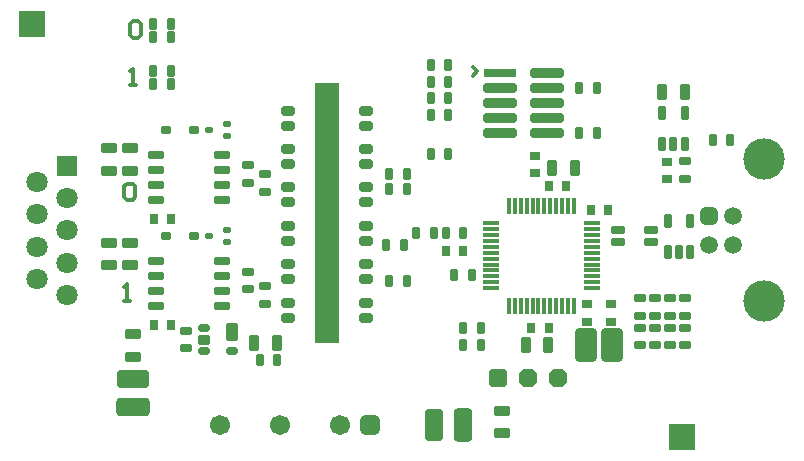
<source format=gts>
G04*
G04 #@! TF.GenerationSoftware,Altium Limited,Altium Designer,22.3.1 (43)*
G04*
G04 Layer_Color=8388736*
%FSLAX25Y25*%
%MOIN*%
G70*
G04*
G04 #@! TF.SameCoordinates,38A5807E-C0B9-4130-B18F-62B70C513CF8*
G04*
G04*
G04 #@! TF.FilePolarity,Negative*
G04*
G01*
G75*
%ADD34C,0.01181*%
%ADD35R,0.07874X0.86614*%
G04:AMPARAMS|DCode=36|XSize=35.5mil|YSize=29.59mil|CornerRadius=8.4mil|HoleSize=0mil|Usage=FLASHONLY|Rotation=180.000|XOffset=0mil|YOffset=0mil|HoleType=Round|Shape=RoundedRectangle|*
%AMROUNDEDRECTD36*
21,1,0.03550,0.01280,0,0,180.0*
21,1,0.01870,0.02959,0,0,180.0*
1,1,0.01680,-0.00935,0.00640*
1,1,0.01680,0.00935,0.00640*
1,1,0.01680,0.00935,-0.00640*
1,1,0.01680,-0.00935,-0.00640*
%
%ADD36ROUNDEDRECTD36*%
G04:AMPARAMS|DCode=37|XSize=15.81mil|YSize=55.18mil|CornerRadius=3.77mil|HoleSize=0mil|Usage=FLASHONLY|Rotation=90.000|XOffset=0mil|YOffset=0mil|HoleType=Round|Shape=RoundedRectangle|*
%AMROUNDEDRECTD37*
21,1,0.01581,0.04764,0,0,90.0*
21,1,0.00827,0.05518,0,0,90.0*
1,1,0.00754,0.02382,0.00413*
1,1,0.00754,0.02382,-0.00413*
1,1,0.00754,-0.02382,-0.00413*
1,1,0.00754,-0.02382,0.00413*
%
%ADD37ROUNDEDRECTD37*%
G04:AMPARAMS|DCode=38|XSize=15.81mil|YSize=55.18mil|CornerRadius=3.77mil|HoleSize=0mil|Usage=FLASHONLY|Rotation=0.000|XOffset=0mil|YOffset=0mil|HoleType=Round|Shape=RoundedRectangle|*
%AMROUNDEDRECTD38*
21,1,0.01581,0.04764,0,0,0.0*
21,1,0.00827,0.05518,0,0,0.0*
1,1,0.00754,0.00413,-0.02382*
1,1,0.00754,-0.00413,-0.02382*
1,1,0.00754,-0.00413,0.02382*
1,1,0.00754,0.00413,0.02382*
%
%ADD38ROUNDEDRECTD38*%
G04:AMPARAMS|DCode=39|XSize=37.47mil|YSize=27.62mil|CornerRadius=4.36mil|HoleSize=0mil|Usage=FLASHONLY|Rotation=0.000|XOffset=0mil|YOffset=0mil|HoleType=Round|Shape=RoundedRectangle|*
%AMROUNDEDRECTD39*
21,1,0.03747,0.01890,0,0,0.0*
21,1,0.02874,0.02762,0,0,0.0*
1,1,0.00872,0.01437,-0.00945*
1,1,0.00872,-0.01437,-0.00945*
1,1,0.00872,-0.01437,0.00945*
1,1,0.00872,0.01437,0.00945*
%
%ADD39ROUNDEDRECTD39*%
G04:AMPARAMS|DCode=40|XSize=31.56mil|YSize=47.31mil|CornerRadius=6.13mil|HoleSize=0mil|Usage=FLASHONLY|Rotation=270.000|XOffset=0mil|YOffset=0mil|HoleType=Round|Shape=RoundedRectangle|*
%AMROUNDEDRECTD40*
21,1,0.03156,0.03504,0,0,270.0*
21,1,0.01929,0.04731,0,0,270.0*
1,1,0.01227,-0.01752,-0.00965*
1,1,0.01227,-0.01752,0.00965*
1,1,0.01227,0.01752,0.00965*
1,1,0.01227,0.01752,-0.00965*
%
%ADD40ROUNDEDRECTD40*%
G04:AMPARAMS|DCode=41|XSize=37.47mil|YSize=27.62mil|CornerRadius=4.36mil|HoleSize=0mil|Usage=FLASHONLY|Rotation=270.000|XOffset=0mil|YOffset=0mil|HoleType=Round|Shape=RoundedRectangle|*
%AMROUNDEDRECTD41*
21,1,0.03747,0.01890,0,0,270.0*
21,1,0.02874,0.02762,0,0,270.0*
1,1,0.00872,-0.00945,-0.01437*
1,1,0.00872,-0.00945,0.01437*
1,1,0.00872,0.00945,0.01437*
1,1,0.00872,0.00945,-0.01437*
%
%ADD41ROUNDEDRECTD41*%
G04:AMPARAMS|DCode=42|XSize=110.3mil|YSize=70.93mil|CornerRadius=8.69mil|HoleSize=0mil|Usage=FLASHONLY|Rotation=270.000|XOffset=0mil|YOffset=0mil|HoleType=Round|Shape=RoundedRectangle|*
%AMROUNDEDRECTD42*
21,1,0.11030,0.05354,0,0,270.0*
21,1,0.09291,0.07093,0,0,270.0*
1,1,0.01739,-0.02677,-0.04646*
1,1,0.01739,-0.02677,0.04646*
1,1,0.01739,0.02677,0.04646*
1,1,0.01739,0.02677,-0.04646*
%
%ADD42ROUNDEDRECTD42*%
G04:AMPARAMS|DCode=43|XSize=27.62mil|YSize=35.5mil|CornerRadius=5.54mil|HoleSize=0mil|Usage=FLASHONLY|Rotation=90.000|XOffset=0mil|YOffset=0mil|HoleType=Round|Shape=RoundedRectangle|*
%AMROUNDEDRECTD43*
21,1,0.02762,0.02441,0,0,90.0*
21,1,0.01654,0.03550,0,0,90.0*
1,1,0.01109,0.01221,0.00827*
1,1,0.01109,0.01221,-0.00827*
1,1,0.01109,-0.01221,-0.00827*
1,1,0.01109,-0.01221,0.00827*
%
%ADD43ROUNDEDRECTD43*%
G04:AMPARAMS|DCode=44|XSize=27.62mil|YSize=51.24mil|CornerRadius=5.54mil|HoleSize=0mil|Usage=FLASHONLY|Rotation=270.000|XOffset=0mil|YOffset=0mil|HoleType=Round|Shape=RoundedRectangle|*
%AMROUNDEDRECTD44*
21,1,0.02762,0.04016,0,0,270.0*
21,1,0.01654,0.05124,0,0,270.0*
1,1,0.01109,-0.02008,-0.00827*
1,1,0.01109,-0.02008,0.00827*
1,1,0.01109,0.02008,0.00827*
1,1,0.01109,0.02008,-0.00827*
%
%ADD44ROUNDEDRECTD44*%
G04:AMPARAMS|DCode=45|XSize=59.12mil|YSize=39.43mil|CornerRadius=7.32mil|HoleSize=0mil|Usage=FLASHONLY|Rotation=90.000|XOffset=0mil|YOffset=0mil|HoleType=Round|Shape=RoundedRectangle|*
%AMROUNDEDRECTD45*
21,1,0.05912,0.02480,0,0,90.0*
21,1,0.04449,0.03943,0,0,90.0*
1,1,0.01463,0.01240,0.02224*
1,1,0.01463,0.01240,-0.02224*
1,1,0.01463,-0.01240,-0.02224*
1,1,0.01463,-0.01240,0.02224*
%
%ADD45ROUNDEDRECTD45*%
G04:AMPARAMS|DCode=46|XSize=23.68mil|YSize=39.43mil|CornerRadius=4.95mil|HoleSize=0mil|Usage=FLASHONLY|Rotation=90.000|XOffset=0mil|YOffset=0mil|HoleType=Round|Shape=RoundedRectangle|*
%AMROUNDEDRECTD46*
21,1,0.02368,0.02953,0,0,90.0*
21,1,0.01378,0.03943,0,0,90.0*
1,1,0.00991,0.01476,0.00689*
1,1,0.00991,0.01476,-0.00689*
1,1,0.00991,-0.01476,-0.00689*
1,1,0.00991,-0.01476,0.00689*
%
%ADD46ROUNDEDRECTD46*%
G04:AMPARAMS|DCode=47|XSize=35.5mil|YSize=39.43mil|CornerRadius=6.72mil|HoleSize=0mil|Usage=FLASHONLY|Rotation=90.000|XOffset=0mil|YOffset=0mil|HoleType=Round|Shape=RoundedRectangle|*
%AMROUNDEDRECTD47*
21,1,0.03550,0.02598,0,0,90.0*
21,1,0.02205,0.03943,0,0,90.0*
1,1,0.01345,0.01299,0.01102*
1,1,0.01345,0.01299,-0.01102*
1,1,0.01345,-0.01299,-0.01102*
1,1,0.01345,-0.01299,0.01102*
%
%ADD47ROUNDEDRECTD47*%
G04:AMPARAMS|DCode=48|XSize=53.21mil|YSize=31.56mil|CornerRadius=4.76mil|HoleSize=0mil|Usage=FLASHONLY|Rotation=270.000|XOffset=0mil|YOffset=0mil|HoleType=Round|Shape=RoundedRectangle|*
%AMROUNDEDRECTD48*
21,1,0.05321,0.02205,0,0,270.0*
21,1,0.04370,0.03156,0,0,270.0*
1,1,0.00951,-0.01102,-0.02185*
1,1,0.00951,-0.01102,0.02185*
1,1,0.00951,0.01102,0.02185*
1,1,0.00951,0.01102,-0.02185*
%
%ADD48ROUNDEDRECTD48*%
G04:AMPARAMS|DCode=49|XSize=17.78mil|YSize=27.62mil|CornerRadius=4.07mil|HoleSize=0mil|Usage=FLASHONLY|Rotation=270.000|XOffset=0mil|YOffset=0mil|HoleType=Round|Shape=RoundedRectangle|*
%AMROUNDEDRECTD49*
21,1,0.01778,0.01949,0,0,270.0*
21,1,0.00965,0.02762,0,0,270.0*
1,1,0.00813,-0.00974,-0.00482*
1,1,0.00813,-0.00974,0.00482*
1,1,0.00813,0.00974,0.00482*
1,1,0.00813,0.00974,-0.00482*
%
%ADD49ROUNDEDRECTD49*%
G04:AMPARAMS|DCode=50|XSize=53.21mil|YSize=31.56mil|CornerRadius=4.76mil|HoleSize=0mil|Usage=FLASHONLY|Rotation=0.000|XOffset=0mil|YOffset=0mil|HoleType=Round|Shape=RoundedRectangle|*
%AMROUNDEDRECTD50*
21,1,0.05321,0.02205,0,0,0.0*
21,1,0.04370,0.03156,0,0,0.0*
1,1,0.00951,0.02185,-0.01102*
1,1,0.00951,-0.02185,-0.01102*
1,1,0.00951,-0.02185,0.01102*
1,1,0.00951,0.02185,0.01102*
%
%ADD50ROUNDEDRECTD50*%
G04:AMPARAMS|DCode=51|XSize=35.5mil|YSize=29.59mil|CornerRadius=8.4mil|HoleSize=0mil|Usage=FLASHONLY|Rotation=270.000|XOffset=0mil|YOffset=0mil|HoleType=Round|Shape=RoundedRectangle|*
%AMROUNDEDRECTD51*
21,1,0.03550,0.01280,0,0,270.0*
21,1,0.01870,0.02959,0,0,270.0*
1,1,0.01680,-0.00640,-0.00935*
1,1,0.01680,-0.00640,0.00935*
1,1,0.01680,0.00640,0.00935*
1,1,0.01680,0.00640,-0.00935*
%
%ADD51ROUNDEDRECTD51*%
%ADD52R,0.08661X0.08661*%
%ADD53C,0.04337*%
G04:AMPARAMS|DCode=54|XSize=27.62mil|YSize=47.31mil|CornerRadius=4.36mil|HoleSize=0mil|Usage=FLASHONLY|Rotation=180.000|XOffset=0mil|YOffset=0mil|HoleType=Round|Shape=RoundedRectangle|*
%AMROUNDEDRECTD54*
21,1,0.02762,0.03858,0,0,180.0*
21,1,0.01890,0.04731,0,0,180.0*
1,1,0.00872,-0.00945,0.01929*
1,1,0.00872,0.00945,0.01929*
1,1,0.00872,0.00945,-0.01929*
1,1,0.00872,-0.00945,-0.01929*
%
%ADD54ROUNDEDRECTD54*%
G04:AMPARAMS|DCode=55|XSize=47.31mil|YSize=27.62mil|CornerRadius=5.54mil|HoleSize=0mil|Usage=FLASHONLY|Rotation=180.000|XOffset=0mil|YOffset=0mil|HoleType=Round|Shape=RoundedRectangle|*
%AMROUNDEDRECTD55*
21,1,0.04731,0.01654,0,0,180.0*
21,1,0.03622,0.02762,0,0,180.0*
1,1,0.01109,-0.01811,0.00827*
1,1,0.01109,0.01811,0.00827*
1,1,0.01109,0.01811,-0.00827*
1,1,0.01109,-0.01811,-0.00827*
%
%ADD55ROUNDEDRECTD55*%
G04:AMPARAMS|DCode=56|XSize=63.12mil|YSize=110.36mil|CornerRadius=12.27mil|HoleSize=0mil|Usage=FLASHONLY|Rotation=180.000|XOffset=0mil|YOffset=0mil|HoleType=Round|Shape=RoundedRectangle|*
%AMROUNDEDRECTD56*
21,1,0.06312,0.08583,0,0,180.0*
21,1,0.03858,0.11036,0,0,180.0*
1,1,0.02454,-0.01929,0.04291*
1,1,0.02454,0.01929,0.04291*
1,1,0.02454,0.01929,-0.04291*
1,1,0.02454,-0.01929,-0.04291*
%
%ADD56ROUNDEDRECTD56*%
G04:AMPARAMS|DCode=57|XSize=59.12mil|YSize=106.36mil|CornerRadius=10.27mil|HoleSize=0mil|Usage=FLASHONLY|Rotation=180.000|XOffset=0mil|YOffset=0mil|HoleType=Round|Shape=RoundedRectangle|*
%AMROUNDEDRECTD57*
21,1,0.05912,0.08583,0,0,180.0*
21,1,0.03858,0.10636,0,0,180.0*
1,1,0.02054,-0.01929,0.04291*
1,1,0.02054,0.01929,0.04291*
1,1,0.02054,0.01929,-0.04291*
1,1,0.02054,-0.01929,-0.04291*
%
%ADD57ROUNDEDRECTD57*%
G04:AMPARAMS|DCode=58|XSize=63.12mil|YSize=110.36mil|CornerRadius=12.27mil|HoleSize=0mil|Usage=FLASHONLY|Rotation=90.000|XOffset=0mil|YOffset=0mil|HoleType=Round|Shape=RoundedRectangle|*
%AMROUNDEDRECTD58*
21,1,0.06312,0.08583,0,0,90.0*
21,1,0.03858,0.11036,0,0,90.0*
1,1,0.02454,0.04291,0.01929*
1,1,0.02454,0.04291,-0.01929*
1,1,0.02454,-0.04291,-0.01929*
1,1,0.02454,-0.04291,0.01929*
%
%ADD58ROUNDEDRECTD58*%
G04:AMPARAMS|DCode=59|XSize=59.12mil|YSize=106.36mil|CornerRadius=10.27mil|HoleSize=0mil|Usage=FLASHONLY|Rotation=90.000|XOffset=0mil|YOffset=0mil|HoleType=Round|Shape=RoundedRectangle|*
%AMROUNDEDRECTD59*
21,1,0.05912,0.08583,0,0,90.0*
21,1,0.03858,0.10636,0,0,90.0*
1,1,0.02054,0.04291,0.01929*
1,1,0.02054,0.04291,-0.01929*
1,1,0.02054,-0.04291,-0.01929*
1,1,0.02054,-0.04291,0.01929*
%
%ADD59ROUNDEDRECTD59*%
%ADD60R,0.11030X0.03156*%
G04:AMPARAMS|DCode=61|XSize=31.56mil|YSize=110.3mil|CornerRadius=6.13mil|HoleSize=0mil|Usage=FLASHONLY|Rotation=270.000|XOffset=0mil|YOffset=0mil|HoleType=Round|Shape=RoundedRectangle|*
%AMROUNDEDRECTD61*
21,1,0.03156,0.09803,0,0,270.0*
21,1,0.01929,0.11030,0,0,270.0*
1,1,0.01227,-0.04902,-0.00965*
1,1,0.01227,-0.04902,0.00965*
1,1,0.01227,0.04902,0.00965*
1,1,0.01227,0.04902,-0.00965*
%
%ADD61ROUNDEDRECTD61*%
%ADD62C,0.06699*%
G04:AMPARAMS|DCode=63|XSize=66.99mil|YSize=66.99mil|CornerRadius=17.75mil|HoleSize=0mil|Usage=FLASHONLY|Rotation=0.000|XOffset=0mil|YOffset=0mil|HoleType=Round|Shape=RoundedRectangle|*
%AMROUNDEDRECTD63*
21,1,0.06699,0.03150,0,0,0.0*
21,1,0.03150,0.06699,0,0,0.0*
1,1,0.03550,0.01575,-0.01575*
1,1,0.03550,-0.01575,-0.01575*
1,1,0.03550,-0.01575,0.01575*
1,1,0.03550,0.01575,0.01575*
%
%ADD63ROUNDEDRECTD63*%
%ADD64P,0.06825X8X22.5*%
G04:AMPARAMS|DCode=65|XSize=63.06mil|YSize=63.06mil|CornerRadius=16.76mil|HoleSize=0mil|Usage=FLASHONLY|Rotation=0.000|XOffset=0mil|YOffset=0mil|HoleType=Round|Shape=RoundedRectangle|*
%AMROUNDEDRECTD65*
21,1,0.06306,0.02953,0,0,0.0*
21,1,0.02953,0.06306,0,0,0.0*
1,1,0.03353,0.01476,-0.01476*
1,1,0.03353,-0.01476,-0.01476*
1,1,0.03353,-0.01476,0.01476*
1,1,0.03353,0.01476,0.01476*
%
%ADD65ROUNDEDRECTD65*%
%ADD66C,0.00400*%
%ADD67C,0.07093*%
%ADD68R,0.07093X0.07093*%
%ADD69C,0.13786*%
%ADD70C,0.05912*%
G04:AMPARAMS|DCode=71|XSize=59.12mil|YSize=59.12mil|CornerRadius=15.78mil|HoleSize=0mil|Usage=FLASHONLY|Rotation=90.000|XOffset=0mil|YOffset=0mil|HoleType=Round|Shape=RoundedRectangle|*
%AMROUNDEDRECTD71*
21,1,0.05912,0.02756,0,0,90.0*
21,1,0.02756,0.05912,0,0,90.0*
1,1,0.03156,0.01378,0.01378*
1,1,0.03156,0.01378,-0.01378*
1,1,0.03156,-0.01378,-0.01378*
1,1,0.03156,-0.01378,0.01378*
%
%ADD71ROUNDEDRECTD71*%
D34*
X48425Y125197D02*
X50262D01*
X49343D01*
Y130707D01*
X48425Y129788D01*
Y145537D02*
X49343Y146455D01*
X51180D01*
X52099Y145537D01*
Y141863D01*
X51180Y140945D01*
X49343D01*
X48425Y141863D01*
Y145537D01*
X162598Y128150D02*
X164173Y129724D01*
X162598Y131298D01*
X46457Y91403D02*
X47375Y92321D01*
X49212D01*
X50130Y91403D01*
Y87729D01*
X49212Y86811D01*
X47375D01*
X46457Y87729D01*
Y91403D01*
Y53347D02*
X48293D01*
X47375D01*
Y58856D01*
X46457Y57938D01*
D35*
X114173Y82677D02*
D03*
D36*
X208661Y46358D02*
D03*
Y52067D02*
D03*
X200787Y46358D02*
D03*
Y52067D02*
D03*
X183496Y95957D02*
D03*
Y101665D02*
D03*
X227496Y93957D02*
D03*
Y99665D02*
D03*
D37*
X168764Y79138D02*
D03*
Y77169D02*
D03*
Y75201D02*
D03*
Y73232D02*
D03*
Y71264D02*
D03*
Y69295D02*
D03*
Y67327D02*
D03*
Y65358D02*
D03*
Y63390D02*
D03*
Y61421D02*
D03*
Y59453D02*
D03*
Y57484D02*
D03*
X202228D02*
D03*
Y59453D02*
D03*
Y61421D02*
D03*
Y63390D02*
D03*
Y65358D02*
D03*
Y67327D02*
D03*
Y69295D02*
D03*
Y71264D02*
D03*
Y73232D02*
D03*
Y75201D02*
D03*
Y77169D02*
D03*
Y79138D02*
D03*
D38*
X174669Y51579D02*
D03*
X176638D02*
D03*
X178606D02*
D03*
X180575D02*
D03*
X182543D02*
D03*
X184512D02*
D03*
X186480D02*
D03*
X188449D02*
D03*
X190417D02*
D03*
X192386D02*
D03*
X194354D02*
D03*
X196323D02*
D03*
Y85043D02*
D03*
X194354D02*
D03*
X192386D02*
D03*
X190417D02*
D03*
X188449D02*
D03*
X186480D02*
D03*
X184512D02*
D03*
X182543D02*
D03*
X180575D02*
D03*
X178606D02*
D03*
X176638D02*
D03*
X174669D02*
D03*
D39*
X87598Y62992D02*
D03*
Y57087D02*
D03*
X93504Y52165D02*
D03*
Y58071D02*
D03*
Y95473D02*
D03*
Y89567D02*
D03*
X66929Y43307D02*
D03*
Y37402D02*
D03*
X87598Y92520D02*
D03*
Y98425D02*
D03*
X218504Y44291D02*
D03*
Y38386D02*
D03*
X223425D02*
D03*
Y44291D02*
D03*
X228346D02*
D03*
Y38386D02*
D03*
X233268D02*
D03*
Y44291D02*
D03*
Y54134D02*
D03*
Y48228D02*
D03*
X228346Y54134D02*
D03*
Y48228D02*
D03*
X223425Y54134D02*
D03*
Y48228D02*
D03*
X218504Y54134D02*
D03*
Y48228D02*
D03*
X233496Y99764D02*
D03*
Y93858D02*
D03*
D40*
X127165Y60492D02*
D03*
Y65492D02*
D03*
X101181Y60492D02*
D03*
Y65492D02*
D03*
Y52697D02*
D03*
Y47697D02*
D03*
X127165Y52697D02*
D03*
Y47697D02*
D03*
Y73287D02*
D03*
Y78287D02*
D03*
X101181Y73287D02*
D03*
Y78287D02*
D03*
X127165Y98878D02*
D03*
Y103878D02*
D03*
X101181Y98878D02*
D03*
Y103878D02*
D03*
Y116673D02*
D03*
Y111673D02*
D03*
X127165Y116673D02*
D03*
Y111673D02*
D03*
Y86083D02*
D03*
Y91083D02*
D03*
X101181Y86083D02*
D03*
Y91083D02*
D03*
D41*
X140748Y60039D02*
D03*
X134843D02*
D03*
X162402Y62008D02*
D03*
X156496D02*
D03*
X140748Y95472D02*
D03*
X134843D02*
D03*
X140748Y90551D02*
D03*
X134843D02*
D03*
X242543Y106811D02*
D03*
X248449D02*
D03*
X203949Y109311D02*
D03*
X198043D02*
D03*
X203949Y124311D02*
D03*
X198043D02*
D03*
X97441Y33465D02*
D03*
X91535D02*
D03*
X139764Y71850D02*
D03*
X133858D02*
D03*
X154528Y102362D02*
D03*
X148622D02*
D03*
X143701Y75787D02*
D03*
X149606D02*
D03*
X154449Y131811D02*
D03*
X148543D02*
D03*
Y126311D02*
D03*
X154449D02*
D03*
Y120811D02*
D03*
X148543D02*
D03*
Y115311D02*
D03*
X154449D02*
D03*
X159449Y38386D02*
D03*
X165354D02*
D03*
Y44291D02*
D03*
X159449D02*
D03*
X62008Y125591D02*
D03*
X56102D02*
D03*
X62008Y129921D02*
D03*
X56102D02*
D03*
X62008Y141339D02*
D03*
X56102D02*
D03*
X62008Y145669D02*
D03*
X56102D02*
D03*
X159449Y75787D02*
D03*
X153543D02*
D03*
D42*
X200394Y38386D02*
D03*
X209055D02*
D03*
D43*
X69685Y74803D02*
D03*
X60236D02*
D03*
X69685Y110236D02*
D03*
X60236D02*
D03*
D44*
X78937Y86988D02*
D03*
Y91988D02*
D03*
Y96988D02*
D03*
Y101988D02*
D03*
X56890Y86988D02*
D03*
Y91988D02*
D03*
Y96988D02*
D03*
Y101988D02*
D03*
X56890Y66555D02*
D03*
Y61555D02*
D03*
Y56555D02*
D03*
Y51555D02*
D03*
X78937Y66555D02*
D03*
Y61555D02*
D03*
Y56555D02*
D03*
Y51555D02*
D03*
D45*
X82480Y42717D02*
D03*
D46*
Y36614D02*
D03*
X73032D02*
D03*
Y44094D02*
D03*
D47*
Y40354D02*
D03*
D48*
X89764Y39370D02*
D03*
X97244D02*
D03*
X189173Y97441D02*
D03*
X196653D02*
D03*
X180315Y38386D02*
D03*
X187795D02*
D03*
X233236Y122811D02*
D03*
X225756D02*
D03*
D49*
X74803Y110236D02*
D03*
X80709Y112205D02*
D03*
Y108268D02*
D03*
X74803Y74803D02*
D03*
X80709Y76772D02*
D03*
Y72835D02*
D03*
D50*
X41339Y104134D02*
D03*
Y96653D02*
D03*
X49213Y34646D02*
D03*
Y42126D02*
D03*
X172244Y16535D02*
D03*
Y9055D02*
D03*
X41339Y65158D02*
D03*
Y72638D02*
D03*
X48228Y104134D02*
D03*
Y96653D02*
D03*
Y72638D02*
D03*
Y65158D02*
D03*
D51*
X187894Y44291D02*
D03*
X182185D02*
D03*
X193799Y91535D02*
D03*
X188091D02*
D03*
X153642Y69882D02*
D03*
X159350D02*
D03*
X56201Y80709D02*
D03*
X61909D02*
D03*
X56201Y45276D02*
D03*
X61910D02*
D03*
X207579Y83661D02*
D03*
X201870D02*
D03*
D52*
X15748Y145669D02*
D03*
X232283Y7874D02*
D03*
D53*
X15748Y145669D02*
D03*
X232283Y7874D02*
D03*
D54*
X227559Y79921D02*
D03*
X235039D02*
D03*
Y69685D02*
D03*
X231299D02*
D03*
X227559D02*
D03*
X225756Y105693D02*
D03*
X229496D02*
D03*
X233236D02*
D03*
Y115929D02*
D03*
X225756D02*
D03*
D55*
X211024Y76772D02*
D03*
X222047D02*
D03*
Y72835D02*
D03*
X211024D02*
D03*
D56*
X159252Y11811D02*
D03*
D57*
X149803D02*
D03*
D58*
X49213Y17913D02*
D03*
D59*
Y27362D02*
D03*
D60*
X171622Y129271D02*
D03*
D61*
X187370D02*
D03*
X171622Y124271D02*
D03*
X187370D02*
D03*
X171622Y119271D02*
D03*
Y114271D02*
D03*
Y109271D02*
D03*
X187370Y119271D02*
D03*
Y114271D02*
D03*
Y109271D02*
D03*
D62*
X118425Y11811D02*
D03*
X78425D02*
D03*
X98425D02*
D03*
D63*
X128425Y11811D02*
D03*
D64*
X191102Y27559D02*
D03*
X181102D02*
D03*
D65*
X171102D02*
D03*
D66*
X22500Y27559D02*
D03*
Y125984D02*
D03*
X255906Y15748D02*
D03*
Y137795D02*
D03*
D67*
X17500Y60590D02*
D03*
Y71378D02*
D03*
Y82165D02*
D03*
Y92953D02*
D03*
X27500Y55197D02*
D03*
Y65984D02*
D03*
Y76772D02*
D03*
Y87559D02*
D03*
D68*
Y98347D02*
D03*
D69*
X259842Y53150D02*
D03*
Y100394D02*
D03*
D70*
X249213Y71850D02*
D03*
Y81693D02*
D03*
X241339Y71850D02*
D03*
D71*
Y81693D02*
D03*
M02*

</source>
